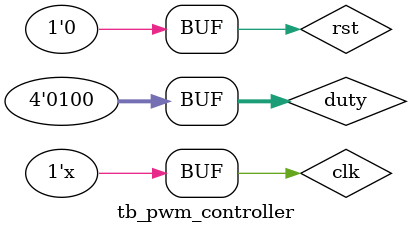
<source format=sv>

`timescale 1ns/1ps

module tb_pwm_controller;

    // Señales
    logic clk;
    logic rst;
    logic [3:0] duty;
    logic pwm_out;

    // Instanciar DUT
    pwm_controller dut (
        .clk(clk),
        .rst(rst),
        .duty(duty),
        .pwm_out(pwm_out)
    );

    // Reloj 50 MHz => periodo de 20ns
    initial clk = 0;
    always #10 clk = ~clk;

    // Proceso de prueba
    initial begin

        // Reset inicial
        rst = 1;
        duty = 4'd0;
        #100;
        rst = 0;

        // Prueba con duty = 0 (0% ciclo útil)
        duty = 4'd0;
        #16000;

        // Prueba con duty = 8 (50%)
        duty = 4'd8;
        #16000;

        // Prueba con duty = 15 (100%)
        duty = 4'd15;
        #16000;

        // Prueba con duty = 4 (25%)
        duty = 4'd4;
        #16000;

    end

endmodule

</source>
